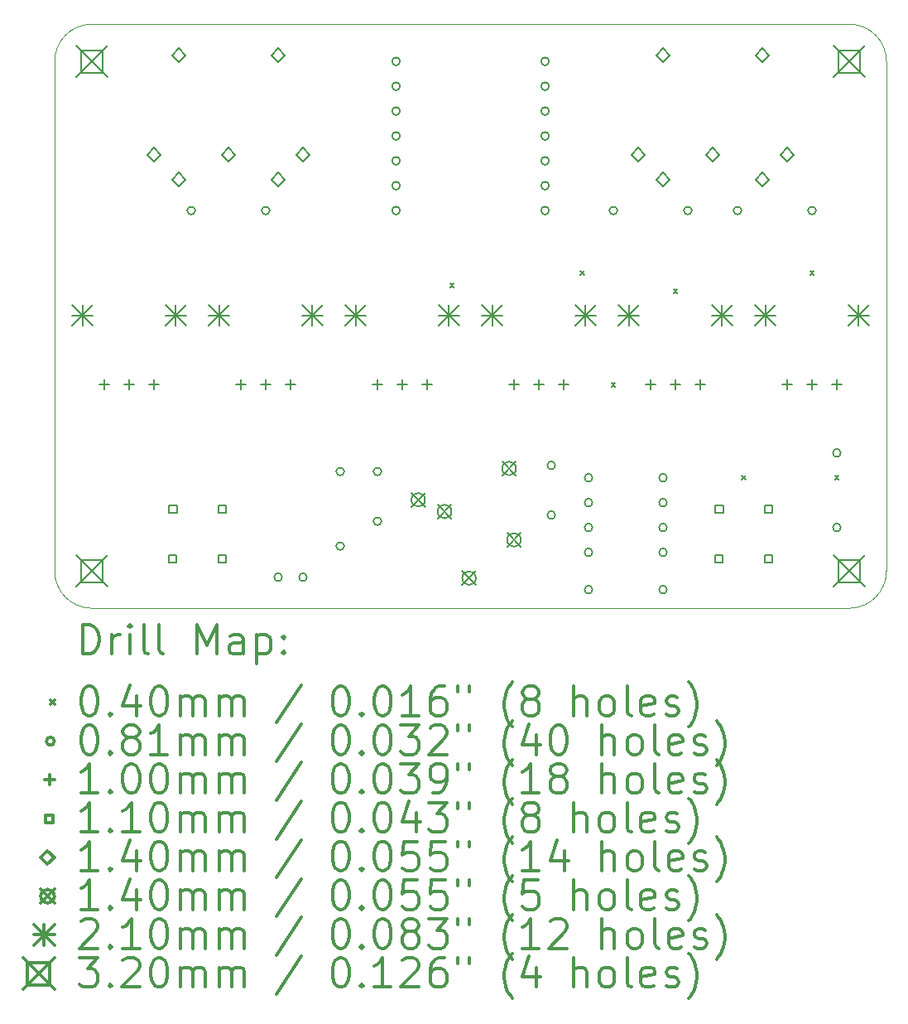
<source format=gbr>
%FSLAX45Y45*%
G04 Gerber Fmt 4.5, Leading zero omitted, Abs format (unit mm)*
G04 Created by KiCad (PCBNEW 5.1.9+dfsg1-1+deb11u1) date 2022-09-13 09:29:47*
%MOMM*%
%LPD*%
G01*
G04 APERTURE LIST*
%TA.AperFunction,Profile*%
%ADD10C,0.050000*%
%TD*%
%ADD11C,0.200000*%
%ADD12C,0.300000*%
G04 APERTURE END LIST*
D10*
X10287000Y-11938000D02*
X10287000Y-6731000D01*
X10287000Y-6731000D02*
G75*
G02*
X10668000Y-6350000I381000J0D01*
G01*
X18415000Y-12319000D02*
X10668000Y-12319000D01*
X18796000Y-6731000D02*
X18796000Y-11938000D01*
X10668000Y-6350000D02*
X18415000Y-6350000D01*
X10668000Y-12319000D02*
G75*
G02*
X10287000Y-11938000I0J381000D01*
G01*
X18796000Y-11938000D02*
G75*
G02*
X18415000Y-12319000I-381000J0D01*
G01*
X18415000Y-6350000D02*
G75*
G02*
X18796000Y-6731000I0J-381000D01*
G01*
D11*
X14331000Y-8997000D02*
X14371000Y-9037000D01*
X14371000Y-8997000D02*
X14331000Y-9037000D01*
X15664500Y-8870000D02*
X15704500Y-8910000D01*
X15704500Y-8870000D02*
X15664500Y-8910000D01*
X15982000Y-10013000D02*
X16022000Y-10053000D01*
X16022000Y-10013000D02*
X15982000Y-10053000D01*
X16617000Y-9060500D02*
X16657000Y-9100500D01*
X16657000Y-9060500D02*
X16617000Y-9100500D01*
X17315500Y-10965500D02*
X17355500Y-11005500D01*
X17355500Y-10965500D02*
X17315500Y-11005500D01*
X18014000Y-8870000D02*
X18054000Y-8910000D01*
X18054000Y-8870000D02*
X18014000Y-8910000D01*
X18014000Y-8870000D02*
X18054000Y-8910000D01*
X18054000Y-8870000D02*
X18014000Y-8910000D01*
X18268000Y-10965500D02*
X18308000Y-11005500D01*
X18308000Y-10965500D02*
X18268000Y-11005500D01*
X11724640Y-8255000D02*
G75*
G03*
X11724640Y-8255000I-40640J0D01*
G01*
X12486640Y-8255000D02*
G75*
G03*
X12486640Y-8255000I-40640J0D01*
G01*
X12613640Y-12001500D02*
G75*
G03*
X12613640Y-12001500I-40640J0D01*
G01*
X12867640Y-12001500D02*
G75*
G03*
X12867640Y-12001500I-40640J0D01*
G01*
X13248640Y-10922000D02*
G75*
G03*
X13248640Y-10922000I-40640J0D01*
G01*
X13248640Y-11684000D02*
G75*
G03*
X13248640Y-11684000I-40640J0D01*
G01*
X13629640Y-10922000D02*
G75*
G03*
X13629640Y-10922000I-40640J0D01*
G01*
X13629640Y-11430000D02*
G75*
G03*
X13629640Y-11430000I-40640J0D01*
G01*
X13820140Y-6731000D02*
G75*
G03*
X13820140Y-6731000I-40640J0D01*
G01*
X13820140Y-6985000D02*
G75*
G03*
X13820140Y-6985000I-40640J0D01*
G01*
X13820140Y-7239000D02*
G75*
G03*
X13820140Y-7239000I-40640J0D01*
G01*
X13820140Y-7493000D02*
G75*
G03*
X13820140Y-7493000I-40640J0D01*
G01*
X13820140Y-7747000D02*
G75*
G03*
X13820140Y-7747000I-40640J0D01*
G01*
X13820140Y-8001000D02*
G75*
G03*
X13820140Y-8001000I-40640J0D01*
G01*
X13820140Y-8255000D02*
G75*
G03*
X13820140Y-8255000I-40640J0D01*
G01*
X15344140Y-6731000D02*
G75*
G03*
X15344140Y-6731000I-40640J0D01*
G01*
X15344140Y-6985000D02*
G75*
G03*
X15344140Y-6985000I-40640J0D01*
G01*
X15344140Y-7239000D02*
G75*
G03*
X15344140Y-7239000I-40640J0D01*
G01*
X15344140Y-7493000D02*
G75*
G03*
X15344140Y-7493000I-40640J0D01*
G01*
X15344140Y-7747000D02*
G75*
G03*
X15344140Y-7747000I-40640J0D01*
G01*
X15344140Y-8001000D02*
G75*
G03*
X15344140Y-8001000I-40640J0D01*
G01*
X15344140Y-8255000D02*
G75*
G03*
X15344140Y-8255000I-40640J0D01*
G01*
X15407640Y-10858500D02*
G75*
G03*
X15407640Y-10858500I-40640J0D01*
G01*
X15407640Y-11366500D02*
G75*
G03*
X15407640Y-11366500I-40640J0D01*
G01*
X15788640Y-10985500D02*
G75*
G03*
X15788640Y-10985500I-40640J0D01*
G01*
X15788640Y-11239500D02*
G75*
G03*
X15788640Y-11239500I-40640J0D01*
G01*
X15788640Y-11493500D02*
G75*
G03*
X15788640Y-11493500I-40640J0D01*
G01*
X15788640Y-11747500D02*
G75*
G03*
X15788640Y-11747500I-40640J0D01*
G01*
X15788640Y-12128500D02*
G75*
G03*
X15788640Y-12128500I-40640J0D01*
G01*
X16042640Y-8255000D02*
G75*
G03*
X16042640Y-8255000I-40640J0D01*
G01*
X16550640Y-10985500D02*
G75*
G03*
X16550640Y-10985500I-40640J0D01*
G01*
X16550640Y-11239500D02*
G75*
G03*
X16550640Y-11239500I-40640J0D01*
G01*
X16550640Y-11493500D02*
G75*
G03*
X16550640Y-11493500I-40640J0D01*
G01*
X16550640Y-11747500D02*
G75*
G03*
X16550640Y-11747500I-40640J0D01*
G01*
X16550640Y-12128500D02*
G75*
G03*
X16550640Y-12128500I-40640J0D01*
G01*
X16804640Y-8255000D02*
G75*
G03*
X16804640Y-8255000I-40640J0D01*
G01*
X17312640Y-8255000D02*
G75*
G03*
X17312640Y-8255000I-40640J0D01*
G01*
X18074640Y-8255000D02*
G75*
G03*
X18074640Y-8255000I-40640J0D01*
G01*
X18328640Y-10731500D02*
G75*
G03*
X18328640Y-10731500I-40640J0D01*
G01*
X18328640Y-11493500D02*
G75*
G03*
X18328640Y-11493500I-40640J0D01*
G01*
X10795000Y-9983000D02*
X10795000Y-10083000D01*
X10745000Y-10033000D02*
X10845000Y-10033000D01*
X11049000Y-9983000D02*
X11049000Y-10083000D01*
X10999000Y-10033000D02*
X11099000Y-10033000D01*
X11303000Y-9983000D02*
X11303000Y-10083000D01*
X11253000Y-10033000D02*
X11353000Y-10033000D01*
X12192000Y-9983000D02*
X12192000Y-10083000D01*
X12142000Y-10033000D02*
X12242000Y-10033000D01*
X12446000Y-9983000D02*
X12446000Y-10083000D01*
X12396000Y-10033000D02*
X12496000Y-10033000D01*
X12700000Y-9983000D02*
X12700000Y-10083000D01*
X12650000Y-10033000D02*
X12750000Y-10033000D01*
X13589000Y-9983000D02*
X13589000Y-10083000D01*
X13539000Y-10033000D02*
X13639000Y-10033000D01*
X13843000Y-9983000D02*
X13843000Y-10083000D01*
X13793000Y-10033000D02*
X13893000Y-10033000D01*
X14097000Y-9983000D02*
X14097000Y-10083000D01*
X14047000Y-10033000D02*
X14147000Y-10033000D01*
X14986000Y-9983000D02*
X14986000Y-10083000D01*
X14936000Y-10033000D02*
X15036000Y-10033000D01*
X15240000Y-9983000D02*
X15240000Y-10083000D01*
X15190000Y-10033000D02*
X15290000Y-10033000D01*
X15494000Y-9983000D02*
X15494000Y-10083000D01*
X15444000Y-10033000D02*
X15544000Y-10033000D01*
X16383000Y-9983000D02*
X16383000Y-10083000D01*
X16333000Y-10033000D02*
X16433000Y-10033000D01*
X16637000Y-9983000D02*
X16637000Y-10083000D01*
X16587000Y-10033000D02*
X16687000Y-10033000D01*
X16891000Y-9983000D02*
X16891000Y-10083000D01*
X16841000Y-10033000D02*
X16941000Y-10033000D01*
X17780000Y-9983000D02*
X17780000Y-10083000D01*
X17730000Y-10033000D02*
X17830000Y-10033000D01*
X18034000Y-9983000D02*
X18034000Y-10083000D01*
X17984000Y-10033000D02*
X18084000Y-10033000D01*
X18288000Y-9983000D02*
X18288000Y-10083000D01*
X18238000Y-10033000D02*
X18338000Y-10033000D01*
X11532391Y-11849891D02*
X11532391Y-11772109D01*
X11454609Y-11772109D01*
X11454609Y-11849891D01*
X11532391Y-11849891D01*
X11536391Y-11345891D02*
X11536391Y-11268109D01*
X11458609Y-11268109D01*
X11458609Y-11345891D01*
X11536391Y-11345891D01*
X12040391Y-11341891D02*
X12040391Y-11264109D01*
X11962609Y-11264109D01*
X11962609Y-11341891D01*
X12040391Y-11341891D01*
X12040391Y-11849891D02*
X12040391Y-11772109D01*
X11962609Y-11772109D01*
X11962609Y-11849891D01*
X12040391Y-11849891D01*
X17120391Y-11849891D02*
X17120391Y-11772109D01*
X17042609Y-11772109D01*
X17042609Y-11849891D01*
X17120391Y-11849891D01*
X17124391Y-11345891D02*
X17124391Y-11268109D01*
X17046609Y-11268109D01*
X17046609Y-11345891D01*
X17124391Y-11345891D01*
X17628391Y-11341891D02*
X17628391Y-11264109D01*
X17550609Y-11264109D01*
X17550609Y-11341891D01*
X17628391Y-11341891D01*
X17628391Y-11849891D02*
X17628391Y-11772109D01*
X17550609Y-11772109D01*
X17550609Y-11849891D01*
X17628391Y-11849891D01*
X11303000Y-7753350D02*
X11372850Y-7683500D01*
X11303000Y-7613650D01*
X11233150Y-7683500D01*
X11303000Y-7753350D01*
X11557000Y-6737350D02*
X11626850Y-6667500D01*
X11557000Y-6597650D01*
X11487150Y-6667500D01*
X11557000Y-6737350D01*
X11557000Y-8007350D02*
X11626850Y-7937500D01*
X11557000Y-7867650D01*
X11487150Y-7937500D01*
X11557000Y-8007350D01*
X12065000Y-7753350D02*
X12134850Y-7683500D01*
X12065000Y-7613650D01*
X11995150Y-7683500D01*
X12065000Y-7753350D01*
X12573000Y-6737350D02*
X12642850Y-6667500D01*
X12573000Y-6597650D01*
X12503150Y-6667500D01*
X12573000Y-6737350D01*
X12573000Y-8007350D02*
X12642850Y-7937500D01*
X12573000Y-7867650D01*
X12503150Y-7937500D01*
X12573000Y-8007350D01*
X12827000Y-7753350D02*
X12896850Y-7683500D01*
X12827000Y-7613650D01*
X12757150Y-7683500D01*
X12827000Y-7753350D01*
X16256000Y-7753350D02*
X16325850Y-7683500D01*
X16256000Y-7613650D01*
X16186150Y-7683500D01*
X16256000Y-7753350D01*
X16510000Y-6737350D02*
X16579850Y-6667500D01*
X16510000Y-6597650D01*
X16440150Y-6667500D01*
X16510000Y-6737350D01*
X16510000Y-8007350D02*
X16579850Y-7937500D01*
X16510000Y-7867650D01*
X16440150Y-7937500D01*
X16510000Y-8007350D01*
X17018000Y-7753350D02*
X17087850Y-7683500D01*
X17018000Y-7613650D01*
X16948150Y-7683500D01*
X17018000Y-7753350D01*
X17526000Y-6737350D02*
X17595850Y-6667500D01*
X17526000Y-6597650D01*
X17456150Y-6667500D01*
X17526000Y-6737350D01*
X17526000Y-8007350D02*
X17595850Y-7937500D01*
X17526000Y-7867650D01*
X17456150Y-7937500D01*
X17526000Y-8007350D01*
X17780000Y-7753350D02*
X17849850Y-7683500D01*
X17780000Y-7613650D01*
X17710150Y-7683500D01*
X17780000Y-7753350D01*
X13936000Y-11140500D02*
X14076000Y-11280500D01*
X14076000Y-11140500D02*
X13936000Y-11280500D01*
X14076000Y-11210500D02*
G75*
G03*
X14076000Y-11210500I-70000J0D01*
G01*
X14206000Y-11260500D02*
X14346000Y-11400500D01*
X14346000Y-11260500D02*
X14206000Y-11400500D01*
X14346000Y-11330500D02*
G75*
G03*
X14346000Y-11330500I-70000J0D01*
G01*
X14456000Y-11940500D02*
X14596000Y-12080500D01*
X14596000Y-11940500D02*
X14456000Y-12080500D01*
X14596000Y-12010500D02*
G75*
G03*
X14596000Y-12010500I-70000J0D01*
G01*
X14866000Y-10820500D02*
X15006000Y-10960500D01*
X15006000Y-10820500D02*
X14866000Y-10960500D01*
X15006000Y-10890500D02*
G75*
G03*
X15006000Y-10890500I-70000J0D01*
G01*
X14916000Y-11550500D02*
X15056000Y-11690500D01*
X15056000Y-11550500D02*
X14916000Y-11690500D01*
X15056000Y-11620500D02*
G75*
G03*
X15056000Y-11620500I-70000J0D01*
G01*
X10467750Y-9221880D02*
X10677750Y-9431880D01*
X10677750Y-9221880D02*
X10467750Y-9431880D01*
X10572750Y-9221880D02*
X10572750Y-9431880D01*
X10467750Y-9326880D02*
X10677750Y-9326880D01*
X11420250Y-9221880D02*
X11630250Y-9431880D01*
X11630250Y-9221880D02*
X11420250Y-9431880D01*
X11525250Y-9221880D02*
X11525250Y-9431880D01*
X11420250Y-9326880D02*
X11630250Y-9326880D01*
X11864750Y-9221880D02*
X12074750Y-9431880D01*
X12074750Y-9221880D02*
X11864750Y-9431880D01*
X11969750Y-9221880D02*
X11969750Y-9431880D01*
X11864750Y-9326880D02*
X12074750Y-9326880D01*
X12817250Y-9221880D02*
X13027250Y-9431880D01*
X13027250Y-9221880D02*
X12817250Y-9431880D01*
X12922250Y-9221880D02*
X12922250Y-9431880D01*
X12817250Y-9326880D02*
X13027250Y-9326880D01*
X13261750Y-9221880D02*
X13471750Y-9431880D01*
X13471750Y-9221880D02*
X13261750Y-9431880D01*
X13366750Y-9221880D02*
X13366750Y-9431880D01*
X13261750Y-9326880D02*
X13471750Y-9326880D01*
X14214250Y-9221880D02*
X14424250Y-9431880D01*
X14424250Y-9221880D02*
X14214250Y-9431880D01*
X14319250Y-9221880D02*
X14319250Y-9431880D01*
X14214250Y-9326880D02*
X14424250Y-9326880D01*
X14658750Y-9221880D02*
X14868750Y-9431880D01*
X14868750Y-9221880D02*
X14658750Y-9431880D01*
X14763750Y-9221880D02*
X14763750Y-9431880D01*
X14658750Y-9326880D02*
X14868750Y-9326880D01*
X15611250Y-9221880D02*
X15821250Y-9431880D01*
X15821250Y-9221880D02*
X15611250Y-9431880D01*
X15716250Y-9221880D02*
X15716250Y-9431880D01*
X15611250Y-9326880D02*
X15821250Y-9326880D01*
X16055750Y-9221880D02*
X16265750Y-9431880D01*
X16265750Y-9221880D02*
X16055750Y-9431880D01*
X16160750Y-9221880D02*
X16160750Y-9431880D01*
X16055750Y-9326880D02*
X16265750Y-9326880D01*
X17008250Y-9221880D02*
X17218250Y-9431880D01*
X17218250Y-9221880D02*
X17008250Y-9431880D01*
X17113250Y-9221880D02*
X17113250Y-9431880D01*
X17008250Y-9326880D02*
X17218250Y-9326880D01*
X17452750Y-9221880D02*
X17662750Y-9431880D01*
X17662750Y-9221880D02*
X17452750Y-9431880D01*
X17557750Y-9221880D02*
X17557750Y-9431880D01*
X17452750Y-9326880D02*
X17662750Y-9326880D01*
X18405250Y-9221880D02*
X18615250Y-9431880D01*
X18615250Y-9221880D02*
X18405250Y-9431880D01*
X18510250Y-9221880D02*
X18510250Y-9431880D01*
X18405250Y-9326880D02*
X18615250Y-9326880D01*
X10508000Y-6571000D02*
X10828000Y-6891000D01*
X10828000Y-6571000D02*
X10508000Y-6891000D01*
X10781138Y-6844138D02*
X10781138Y-6617862D01*
X10554862Y-6617862D01*
X10554862Y-6844138D01*
X10781138Y-6844138D01*
X10508000Y-11778000D02*
X10828000Y-12098000D01*
X10828000Y-11778000D02*
X10508000Y-12098000D01*
X10781138Y-12051138D02*
X10781138Y-11824862D01*
X10554862Y-11824862D01*
X10554862Y-12051138D01*
X10781138Y-12051138D01*
X18255000Y-6571000D02*
X18575000Y-6891000D01*
X18575000Y-6571000D02*
X18255000Y-6891000D01*
X18528138Y-6844138D02*
X18528138Y-6617862D01*
X18301862Y-6617862D01*
X18301862Y-6844138D01*
X18528138Y-6844138D01*
X18255000Y-11778000D02*
X18575000Y-12098000D01*
X18575000Y-11778000D02*
X18255000Y-12098000D01*
X18528138Y-12051138D02*
X18528138Y-11824862D01*
X18301862Y-11824862D01*
X18301862Y-12051138D01*
X18528138Y-12051138D01*
D12*
X10570928Y-12787214D02*
X10570928Y-12487214D01*
X10642357Y-12487214D01*
X10685214Y-12501500D01*
X10713786Y-12530071D01*
X10728071Y-12558643D01*
X10742357Y-12615786D01*
X10742357Y-12658643D01*
X10728071Y-12715786D01*
X10713786Y-12744357D01*
X10685214Y-12772929D01*
X10642357Y-12787214D01*
X10570928Y-12787214D01*
X10870928Y-12787214D02*
X10870928Y-12587214D01*
X10870928Y-12644357D02*
X10885214Y-12615786D01*
X10899500Y-12601500D01*
X10928071Y-12587214D01*
X10956643Y-12587214D01*
X11056643Y-12787214D02*
X11056643Y-12587214D01*
X11056643Y-12487214D02*
X11042357Y-12501500D01*
X11056643Y-12515786D01*
X11070928Y-12501500D01*
X11056643Y-12487214D01*
X11056643Y-12515786D01*
X11242357Y-12787214D02*
X11213786Y-12772929D01*
X11199500Y-12744357D01*
X11199500Y-12487214D01*
X11399500Y-12787214D02*
X11370928Y-12772929D01*
X11356643Y-12744357D01*
X11356643Y-12487214D01*
X11742357Y-12787214D02*
X11742357Y-12487214D01*
X11842357Y-12701500D01*
X11942357Y-12487214D01*
X11942357Y-12787214D01*
X12213786Y-12787214D02*
X12213786Y-12630071D01*
X12199500Y-12601500D01*
X12170928Y-12587214D01*
X12113786Y-12587214D01*
X12085214Y-12601500D01*
X12213786Y-12772929D02*
X12185214Y-12787214D01*
X12113786Y-12787214D01*
X12085214Y-12772929D01*
X12070928Y-12744357D01*
X12070928Y-12715786D01*
X12085214Y-12687214D01*
X12113786Y-12672929D01*
X12185214Y-12672929D01*
X12213786Y-12658643D01*
X12356643Y-12587214D02*
X12356643Y-12887214D01*
X12356643Y-12601500D02*
X12385214Y-12587214D01*
X12442357Y-12587214D01*
X12470928Y-12601500D01*
X12485214Y-12615786D01*
X12499500Y-12644357D01*
X12499500Y-12730071D01*
X12485214Y-12758643D01*
X12470928Y-12772929D01*
X12442357Y-12787214D01*
X12385214Y-12787214D01*
X12356643Y-12772929D01*
X12628071Y-12758643D02*
X12642357Y-12772929D01*
X12628071Y-12787214D01*
X12613786Y-12772929D01*
X12628071Y-12758643D01*
X12628071Y-12787214D01*
X12628071Y-12601500D02*
X12642357Y-12615786D01*
X12628071Y-12630071D01*
X12613786Y-12615786D01*
X12628071Y-12601500D01*
X12628071Y-12630071D01*
X10244500Y-13261500D02*
X10284500Y-13301500D01*
X10284500Y-13261500D02*
X10244500Y-13301500D01*
X10628071Y-13117214D02*
X10656643Y-13117214D01*
X10685214Y-13131500D01*
X10699500Y-13145786D01*
X10713786Y-13174357D01*
X10728071Y-13231500D01*
X10728071Y-13302929D01*
X10713786Y-13360071D01*
X10699500Y-13388643D01*
X10685214Y-13402929D01*
X10656643Y-13417214D01*
X10628071Y-13417214D01*
X10599500Y-13402929D01*
X10585214Y-13388643D01*
X10570928Y-13360071D01*
X10556643Y-13302929D01*
X10556643Y-13231500D01*
X10570928Y-13174357D01*
X10585214Y-13145786D01*
X10599500Y-13131500D01*
X10628071Y-13117214D01*
X10856643Y-13388643D02*
X10870928Y-13402929D01*
X10856643Y-13417214D01*
X10842357Y-13402929D01*
X10856643Y-13388643D01*
X10856643Y-13417214D01*
X11128071Y-13217214D02*
X11128071Y-13417214D01*
X11056643Y-13102929D02*
X10985214Y-13317214D01*
X11170928Y-13317214D01*
X11342357Y-13117214D02*
X11370928Y-13117214D01*
X11399500Y-13131500D01*
X11413786Y-13145786D01*
X11428071Y-13174357D01*
X11442357Y-13231500D01*
X11442357Y-13302929D01*
X11428071Y-13360071D01*
X11413786Y-13388643D01*
X11399500Y-13402929D01*
X11370928Y-13417214D01*
X11342357Y-13417214D01*
X11313786Y-13402929D01*
X11299500Y-13388643D01*
X11285214Y-13360071D01*
X11270928Y-13302929D01*
X11270928Y-13231500D01*
X11285214Y-13174357D01*
X11299500Y-13145786D01*
X11313786Y-13131500D01*
X11342357Y-13117214D01*
X11570928Y-13417214D02*
X11570928Y-13217214D01*
X11570928Y-13245786D02*
X11585214Y-13231500D01*
X11613786Y-13217214D01*
X11656643Y-13217214D01*
X11685214Y-13231500D01*
X11699500Y-13260071D01*
X11699500Y-13417214D01*
X11699500Y-13260071D02*
X11713786Y-13231500D01*
X11742357Y-13217214D01*
X11785214Y-13217214D01*
X11813786Y-13231500D01*
X11828071Y-13260071D01*
X11828071Y-13417214D01*
X11970928Y-13417214D02*
X11970928Y-13217214D01*
X11970928Y-13245786D02*
X11985214Y-13231500D01*
X12013786Y-13217214D01*
X12056643Y-13217214D01*
X12085214Y-13231500D01*
X12099500Y-13260071D01*
X12099500Y-13417214D01*
X12099500Y-13260071D02*
X12113786Y-13231500D01*
X12142357Y-13217214D01*
X12185214Y-13217214D01*
X12213786Y-13231500D01*
X12228071Y-13260071D01*
X12228071Y-13417214D01*
X12813786Y-13102929D02*
X12556643Y-13488643D01*
X13199500Y-13117214D02*
X13228071Y-13117214D01*
X13256643Y-13131500D01*
X13270928Y-13145786D01*
X13285214Y-13174357D01*
X13299500Y-13231500D01*
X13299500Y-13302929D01*
X13285214Y-13360071D01*
X13270928Y-13388643D01*
X13256643Y-13402929D01*
X13228071Y-13417214D01*
X13199500Y-13417214D01*
X13170928Y-13402929D01*
X13156643Y-13388643D01*
X13142357Y-13360071D01*
X13128071Y-13302929D01*
X13128071Y-13231500D01*
X13142357Y-13174357D01*
X13156643Y-13145786D01*
X13170928Y-13131500D01*
X13199500Y-13117214D01*
X13428071Y-13388643D02*
X13442357Y-13402929D01*
X13428071Y-13417214D01*
X13413786Y-13402929D01*
X13428071Y-13388643D01*
X13428071Y-13417214D01*
X13628071Y-13117214D02*
X13656643Y-13117214D01*
X13685214Y-13131500D01*
X13699500Y-13145786D01*
X13713786Y-13174357D01*
X13728071Y-13231500D01*
X13728071Y-13302929D01*
X13713786Y-13360071D01*
X13699500Y-13388643D01*
X13685214Y-13402929D01*
X13656643Y-13417214D01*
X13628071Y-13417214D01*
X13599500Y-13402929D01*
X13585214Y-13388643D01*
X13570928Y-13360071D01*
X13556643Y-13302929D01*
X13556643Y-13231500D01*
X13570928Y-13174357D01*
X13585214Y-13145786D01*
X13599500Y-13131500D01*
X13628071Y-13117214D01*
X14013786Y-13417214D02*
X13842357Y-13417214D01*
X13928071Y-13417214D02*
X13928071Y-13117214D01*
X13899500Y-13160071D01*
X13870928Y-13188643D01*
X13842357Y-13202929D01*
X14270928Y-13117214D02*
X14213786Y-13117214D01*
X14185214Y-13131500D01*
X14170928Y-13145786D01*
X14142357Y-13188643D01*
X14128071Y-13245786D01*
X14128071Y-13360071D01*
X14142357Y-13388643D01*
X14156643Y-13402929D01*
X14185214Y-13417214D01*
X14242357Y-13417214D01*
X14270928Y-13402929D01*
X14285214Y-13388643D01*
X14299500Y-13360071D01*
X14299500Y-13288643D01*
X14285214Y-13260071D01*
X14270928Y-13245786D01*
X14242357Y-13231500D01*
X14185214Y-13231500D01*
X14156643Y-13245786D01*
X14142357Y-13260071D01*
X14128071Y-13288643D01*
X14413786Y-13117214D02*
X14413786Y-13174357D01*
X14528071Y-13117214D02*
X14528071Y-13174357D01*
X14970928Y-13531500D02*
X14956643Y-13517214D01*
X14928071Y-13474357D01*
X14913786Y-13445786D01*
X14899500Y-13402929D01*
X14885214Y-13331500D01*
X14885214Y-13274357D01*
X14899500Y-13202929D01*
X14913786Y-13160071D01*
X14928071Y-13131500D01*
X14956643Y-13088643D01*
X14970928Y-13074357D01*
X15128071Y-13245786D02*
X15099500Y-13231500D01*
X15085214Y-13217214D01*
X15070928Y-13188643D01*
X15070928Y-13174357D01*
X15085214Y-13145786D01*
X15099500Y-13131500D01*
X15128071Y-13117214D01*
X15185214Y-13117214D01*
X15213786Y-13131500D01*
X15228071Y-13145786D01*
X15242357Y-13174357D01*
X15242357Y-13188643D01*
X15228071Y-13217214D01*
X15213786Y-13231500D01*
X15185214Y-13245786D01*
X15128071Y-13245786D01*
X15099500Y-13260071D01*
X15085214Y-13274357D01*
X15070928Y-13302929D01*
X15070928Y-13360071D01*
X15085214Y-13388643D01*
X15099500Y-13402929D01*
X15128071Y-13417214D01*
X15185214Y-13417214D01*
X15213786Y-13402929D01*
X15228071Y-13388643D01*
X15242357Y-13360071D01*
X15242357Y-13302929D01*
X15228071Y-13274357D01*
X15213786Y-13260071D01*
X15185214Y-13245786D01*
X15599500Y-13417214D02*
X15599500Y-13117214D01*
X15728071Y-13417214D02*
X15728071Y-13260071D01*
X15713786Y-13231500D01*
X15685214Y-13217214D01*
X15642357Y-13217214D01*
X15613786Y-13231500D01*
X15599500Y-13245786D01*
X15913786Y-13417214D02*
X15885214Y-13402929D01*
X15870928Y-13388643D01*
X15856643Y-13360071D01*
X15856643Y-13274357D01*
X15870928Y-13245786D01*
X15885214Y-13231500D01*
X15913786Y-13217214D01*
X15956643Y-13217214D01*
X15985214Y-13231500D01*
X15999500Y-13245786D01*
X16013786Y-13274357D01*
X16013786Y-13360071D01*
X15999500Y-13388643D01*
X15985214Y-13402929D01*
X15956643Y-13417214D01*
X15913786Y-13417214D01*
X16185214Y-13417214D02*
X16156643Y-13402929D01*
X16142357Y-13374357D01*
X16142357Y-13117214D01*
X16413786Y-13402929D02*
X16385214Y-13417214D01*
X16328071Y-13417214D01*
X16299500Y-13402929D01*
X16285214Y-13374357D01*
X16285214Y-13260071D01*
X16299500Y-13231500D01*
X16328071Y-13217214D01*
X16385214Y-13217214D01*
X16413786Y-13231500D01*
X16428071Y-13260071D01*
X16428071Y-13288643D01*
X16285214Y-13317214D01*
X16542357Y-13402929D02*
X16570928Y-13417214D01*
X16628071Y-13417214D01*
X16656643Y-13402929D01*
X16670928Y-13374357D01*
X16670928Y-13360071D01*
X16656643Y-13331500D01*
X16628071Y-13317214D01*
X16585214Y-13317214D01*
X16556643Y-13302929D01*
X16542357Y-13274357D01*
X16542357Y-13260071D01*
X16556643Y-13231500D01*
X16585214Y-13217214D01*
X16628071Y-13217214D01*
X16656643Y-13231500D01*
X16770928Y-13531500D02*
X16785214Y-13517214D01*
X16813786Y-13474357D01*
X16828071Y-13445786D01*
X16842357Y-13402929D01*
X16856643Y-13331500D01*
X16856643Y-13274357D01*
X16842357Y-13202929D01*
X16828071Y-13160071D01*
X16813786Y-13131500D01*
X16785214Y-13088643D01*
X16770928Y-13074357D01*
X10284500Y-13677500D02*
G75*
G03*
X10284500Y-13677500I-40640J0D01*
G01*
X10628071Y-13513214D02*
X10656643Y-13513214D01*
X10685214Y-13527500D01*
X10699500Y-13541786D01*
X10713786Y-13570357D01*
X10728071Y-13627500D01*
X10728071Y-13698929D01*
X10713786Y-13756071D01*
X10699500Y-13784643D01*
X10685214Y-13798929D01*
X10656643Y-13813214D01*
X10628071Y-13813214D01*
X10599500Y-13798929D01*
X10585214Y-13784643D01*
X10570928Y-13756071D01*
X10556643Y-13698929D01*
X10556643Y-13627500D01*
X10570928Y-13570357D01*
X10585214Y-13541786D01*
X10599500Y-13527500D01*
X10628071Y-13513214D01*
X10856643Y-13784643D02*
X10870928Y-13798929D01*
X10856643Y-13813214D01*
X10842357Y-13798929D01*
X10856643Y-13784643D01*
X10856643Y-13813214D01*
X11042357Y-13641786D02*
X11013786Y-13627500D01*
X10999500Y-13613214D01*
X10985214Y-13584643D01*
X10985214Y-13570357D01*
X10999500Y-13541786D01*
X11013786Y-13527500D01*
X11042357Y-13513214D01*
X11099500Y-13513214D01*
X11128071Y-13527500D01*
X11142357Y-13541786D01*
X11156643Y-13570357D01*
X11156643Y-13584643D01*
X11142357Y-13613214D01*
X11128071Y-13627500D01*
X11099500Y-13641786D01*
X11042357Y-13641786D01*
X11013786Y-13656071D01*
X10999500Y-13670357D01*
X10985214Y-13698929D01*
X10985214Y-13756071D01*
X10999500Y-13784643D01*
X11013786Y-13798929D01*
X11042357Y-13813214D01*
X11099500Y-13813214D01*
X11128071Y-13798929D01*
X11142357Y-13784643D01*
X11156643Y-13756071D01*
X11156643Y-13698929D01*
X11142357Y-13670357D01*
X11128071Y-13656071D01*
X11099500Y-13641786D01*
X11442357Y-13813214D02*
X11270928Y-13813214D01*
X11356643Y-13813214D02*
X11356643Y-13513214D01*
X11328071Y-13556071D01*
X11299500Y-13584643D01*
X11270928Y-13598929D01*
X11570928Y-13813214D02*
X11570928Y-13613214D01*
X11570928Y-13641786D02*
X11585214Y-13627500D01*
X11613786Y-13613214D01*
X11656643Y-13613214D01*
X11685214Y-13627500D01*
X11699500Y-13656071D01*
X11699500Y-13813214D01*
X11699500Y-13656071D02*
X11713786Y-13627500D01*
X11742357Y-13613214D01*
X11785214Y-13613214D01*
X11813786Y-13627500D01*
X11828071Y-13656071D01*
X11828071Y-13813214D01*
X11970928Y-13813214D02*
X11970928Y-13613214D01*
X11970928Y-13641786D02*
X11985214Y-13627500D01*
X12013786Y-13613214D01*
X12056643Y-13613214D01*
X12085214Y-13627500D01*
X12099500Y-13656071D01*
X12099500Y-13813214D01*
X12099500Y-13656071D02*
X12113786Y-13627500D01*
X12142357Y-13613214D01*
X12185214Y-13613214D01*
X12213786Y-13627500D01*
X12228071Y-13656071D01*
X12228071Y-13813214D01*
X12813786Y-13498929D02*
X12556643Y-13884643D01*
X13199500Y-13513214D02*
X13228071Y-13513214D01*
X13256643Y-13527500D01*
X13270928Y-13541786D01*
X13285214Y-13570357D01*
X13299500Y-13627500D01*
X13299500Y-13698929D01*
X13285214Y-13756071D01*
X13270928Y-13784643D01*
X13256643Y-13798929D01*
X13228071Y-13813214D01*
X13199500Y-13813214D01*
X13170928Y-13798929D01*
X13156643Y-13784643D01*
X13142357Y-13756071D01*
X13128071Y-13698929D01*
X13128071Y-13627500D01*
X13142357Y-13570357D01*
X13156643Y-13541786D01*
X13170928Y-13527500D01*
X13199500Y-13513214D01*
X13428071Y-13784643D02*
X13442357Y-13798929D01*
X13428071Y-13813214D01*
X13413786Y-13798929D01*
X13428071Y-13784643D01*
X13428071Y-13813214D01*
X13628071Y-13513214D02*
X13656643Y-13513214D01*
X13685214Y-13527500D01*
X13699500Y-13541786D01*
X13713786Y-13570357D01*
X13728071Y-13627500D01*
X13728071Y-13698929D01*
X13713786Y-13756071D01*
X13699500Y-13784643D01*
X13685214Y-13798929D01*
X13656643Y-13813214D01*
X13628071Y-13813214D01*
X13599500Y-13798929D01*
X13585214Y-13784643D01*
X13570928Y-13756071D01*
X13556643Y-13698929D01*
X13556643Y-13627500D01*
X13570928Y-13570357D01*
X13585214Y-13541786D01*
X13599500Y-13527500D01*
X13628071Y-13513214D01*
X13828071Y-13513214D02*
X14013786Y-13513214D01*
X13913786Y-13627500D01*
X13956643Y-13627500D01*
X13985214Y-13641786D01*
X13999500Y-13656071D01*
X14013786Y-13684643D01*
X14013786Y-13756071D01*
X13999500Y-13784643D01*
X13985214Y-13798929D01*
X13956643Y-13813214D01*
X13870928Y-13813214D01*
X13842357Y-13798929D01*
X13828071Y-13784643D01*
X14128071Y-13541786D02*
X14142357Y-13527500D01*
X14170928Y-13513214D01*
X14242357Y-13513214D01*
X14270928Y-13527500D01*
X14285214Y-13541786D01*
X14299500Y-13570357D01*
X14299500Y-13598929D01*
X14285214Y-13641786D01*
X14113786Y-13813214D01*
X14299500Y-13813214D01*
X14413786Y-13513214D02*
X14413786Y-13570357D01*
X14528071Y-13513214D02*
X14528071Y-13570357D01*
X14970928Y-13927500D02*
X14956643Y-13913214D01*
X14928071Y-13870357D01*
X14913786Y-13841786D01*
X14899500Y-13798929D01*
X14885214Y-13727500D01*
X14885214Y-13670357D01*
X14899500Y-13598929D01*
X14913786Y-13556071D01*
X14928071Y-13527500D01*
X14956643Y-13484643D01*
X14970928Y-13470357D01*
X15213786Y-13613214D02*
X15213786Y-13813214D01*
X15142357Y-13498929D02*
X15070928Y-13713214D01*
X15256643Y-13713214D01*
X15428071Y-13513214D02*
X15456643Y-13513214D01*
X15485214Y-13527500D01*
X15499500Y-13541786D01*
X15513786Y-13570357D01*
X15528071Y-13627500D01*
X15528071Y-13698929D01*
X15513786Y-13756071D01*
X15499500Y-13784643D01*
X15485214Y-13798929D01*
X15456643Y-13813214D01*
X15428071Y-13813214D01*
X15399500Y-13798929D01*
X15385214Y-13784643D01*
X15370928Y-13756071D01*
X15356643Y-13698929D01*
X15356643Y-13627500D01*
X15370928Y-13570357D01*
X15385214Y-13541786D01*
X15399500Y-13527500D01*
X15428071Y-13513214D01*
X15885214Y-13813214D02*
X15885214Y-13513214D01*
X16013786Y-13813214D02*
X16013786Y-13656071D01*
X15999500Y-13627500D01*
X15970928Y-13613214D01*
X15928071Y-13613214D01*
X15899500Y-13627500D01*
X15885214Y-13641786D01*
X16199500Y-13813214D02*
X16170928Y-13798929D01*
X16156643Y-13784643D01*
X16142357Y-13756071D01*
X16142357Y-13670357D01*
X16156643Y-13641786D01*
X16170928Y-13627500D01*
X16199500Y-13613214D01*
X16242357Y-13613214D01*
X16270928Y-13627500D01*
X16285214Y-13641786D01*
X16299500Y-13670357D01*
X16299500Y-13756071D01*
X16285214Y-13784643D01*
X16270928Y-13798929D01*
X16242357Y-13813214D01*
X16199500Y-13813214D01*
X16470928Y-13813214D02*
X16442357Y-13798929D01*
X16428071Y-13770357D01*
X16428071Y-13513214D01*
X16699500Y-13798929D02*
X16670928Y-13813214D01*
X16613786Y-13813214D01*
X16585214Y-13798929D01*
X16570928Y-13770357D01*
X16570928Y-13656071D01*
X16585214Y-13627500D01*
X16613786Y-13613214D01*
X16670928Y-13613214D01*
X16699500Y-13627500D01*
X16713786Y-13656071D01*
X16713786Y-13684643D01*
X16570928Y-13713214D01*
X16828071Y-13798929D02*
X16856643Y-13813214D01*
X16913786Y-13813214D01*
X16942357Y-13798929D01*
X16956643Y-13770357D01*
X16956643Y-13756071D01*
X16942357Y-13727500D01*
X16913786Y-13713214D01*
X16870928Y-13713214D01*
X16842357Y-13698929D01*
X16828071Y-13670357D01*
X16828071Y-13656071D01*
X16842357Y-13627500D01*
X16870928Y-13613214D01*
X16913786Y-13613214D01*
X16942357Y-13627500D01*
X17056643Y-13927500D02*
X17070928Y-13913214D01*
X17099500Y-13870357D01*
X17113786Y-13841786D01*
X17128071Y-13798929D01*
X17142357Y-13727500D01*
X17142357Y-13670357D01*
X17128071Y-13598929D01*
X17113786Y-13556071D01*
X17099500Y-13527500D01*
X17070928Y-13484643D01*
X17056643Y-13470357D01*
X10234500Y-14023500D02*
X10234500Y-14123500D01*
X10184500Y-14073500D02*
X10284500Y-14073500D01*
X10728071Y-14209214D02*
X10556643Y-14209214D01*
X10642357Y-14209214D02*
X10642357Y-13909214D01*
X10613786Y-13952071D01*
X10585214Y-13980643D01*
X10556643Y-13994929D01*
X10856643Y-14180643D02*
X10870928Y-14194929D01*
X10856643Y-14209214D01*
X10842357Y-14194929D01*
X10856643Y-14180643D01*
X10856643Y-14209214D01*
X11056643Y-13909214D02*
X11085214Y-13909214D01*
X11113786Y-13923500D01*
X11128071Y-13937786D01*
X11142357Y-13966357D01*
X11156643Y-14023500D01*
X11156643Y-14094929D01*
X11142357Y-14152071D01*
X11128071Y-14180643D01*
X11113786Y-14194929D01*
X11085214Y-14209214D01*
X11056643Y-14209214D01*
X11028071Y-14194929D01*
X11013786Y-14180643D01*
X10999500Y-14152071D01*
X10985214Y-14094929D01*
X10985214Y-14023500D01*
X10999500Y-13966357D01*
X11013786Y-13937786D01*
X11028071Y-13923500D01*
X11056643Y-13909214D01*
X11342357Y-13909214D02*
X11370928Y-13909214D01*
X11399500Y-13923500D01*
X11413786Y-13937786D01*
X11428071Y-13966357D01*
X11442357Y-14023500D01*
X11442357Y-14094929D01*
X11428071Y-14152071D01*
X11413786Y-14180643D01*
X11399500Y-14194929D01*
X11370928Y-14209214D01*
X11342357Y-14209214D01*
X11313786Y-14194929D01*
X11299500Y-14180643D01*
X11285214Y-14152071D01*
X11270928Y-14094929D01*
X11270928Y-14023500D01*
X11285214Y-13966357D01*
X11299500Y-13937786D01*
X11313786Y-13923500D01*
X11342357Y-13909214D01*
X11570928Y-14209214D02*
X11570928Y-14009214D01*
X11570928Y-14037786D02*
X11585214Y-14023500D01*
X11613786Y-14009214D01*
X11656643Y-14009214D01*
X11685214Y-14023500D01*
X11699500Y-14052071D01*
X11699500Y-14209214D01*
X11699500Y-14052071D02*
X11713786Y-14023500D01*
X11742357Y-14009214D01*
X11785214Y-14009214D01*
X11813786Y-14023500D01*
X11828071Y-14052071D01*
X11828071Y-14209214D01*
X11970928Y-14209214D02*
X11970928Y-14009214D01*
X11970928Y-14037786D02*
X11985214Y-14023500D01*
X12013786Y-14009214D01*
X12056643Y-14009214D01*
X12085214Y-14023500D01*
X12099500Y-14052071D01*
X12099500Y-14209214D01*
X12099500Y-14052071D02*
X12113786Y-14023500D01*
X12142357Y-14009214D01*
X12185214Y-14009214D01*
X12213786Y-14023500D01*
X12228071Y-14052071D01*
X12228071Y-14209214D01*
X12813786Y-13894929D02*
X12556643Y-14280643D01*
X13199500Y-13909214D02*
X13228071Y-13909214D01*
X13256643Y-13923500D01*
X13270928Y-13937786D01*
X13285214Y-13966357D01*
X13299500Y-14023500D01*
X13299500Y-14094929D01*
X13285214Y-14152071D01*
X13270928Y-14180643D01*
X13256643Y-14194929D01*
X13228071Y-14209214D01*
X13199500Y-14209214D01*
X13170928Y-14194929D01*
X13156643Y-14180643D01*
X13142357Y-14152071D01*
X13128071Y-14094929D01*
X13128071Y-14023500D01*
X13142357Y-13966357D01*
X13156643Y-13937786D01*
X13170928Y-13923500D01*
X13199500Y-13909214D01*
X13428071Y-14180643D02*
X13442357Y-14194929D01*
X13428071Y-14209214D01*
X13413786Y-14194929D01*
X13428071Y-14180643D01*
X13428071Y-14209214D01*
X13628071Y-13909214D02*
X13656643Y-13909214D01*
X13685214Y-13923500D01*
X13699500Y-13937786D01*
X13713786Y-13966357D01*
X13728071Y-14023500D01*
X13728071Y-14094929D01*
X13713786Y-14152071D01*
X13699500Y-14180643D01*
X13685214Y-14194929D01*
X13656643Y-14209214D01*
X13628071Y-14209214D01*
X13599500Y-14194929D01*
X13585214Y-14180643D01*
X13570928Y-14152071D01*
X13556643Y-14094929D01*
X13556643Y-14023500D01*
X13570928Y-13966357D01*
X13585214Y-13937786D01*
X13599500Y-13923500D01*
X13628071Y-13909214D01*
X13828071Y-13909214D02*
X14013786Y-13909214D01*
X13913786Y-14023500D01*
X13956643Y-14023500D01*
X13985214Y-14037786D01*
X13999500Y-14052071D01*
X14013786Y-14080643D01*
X14013786Y-14152071D01*
X13999500Y-14180643D01*
X13985214Y-14194929D01*
X13956643Y-14209214D01*
X13870928Y-14209214D01*
X13842357Y-14194929D01*
X13828071Y-14180643D01*
X14156643Y-14209214D02*
X14213786Y-14209214D01*
X14242357Y-14194929D01*
X14256643Y-14180643D01*
X14285214Y-14137786D01*
X14299500Y-14080643D01*
X14299500Y-13966357D01*
X14285214Y-13937786D01*
X14270928Y-13923500D01*
X14242357Y-13909214D01*
X14185214Y-13909214D01*
X14156643Y-13923500D01*
X14142357Y-13937786D01*
X14128071Y-13966357D01*
X14128071Y-14037786D01*
X14142357Y-14066357D01*
X14156643Y-14080643D01*
X14185214Y-14094929D01*
X14242357Y-14094929D01*
X14270928Y-14080643D01*
X14285214Y-14066357D01*
X14299500Y-14037786D01*
X14413786Y-13909214D02*
X14413786Y-13966357D01*
X14528071Y-13909214D02*
X14528071Y-13966357D01*
X14970928Y-14323500D02*
X14956643Y-14309214D01*
X14928071Y-14266357D01*
X14913786Y-14237786D01*
X14899500Y-14194929D01*
X14885214Y-14123500D01*
X14885214Y-14066357D01*
X14899500Y-13994929D01*
X14913786Y-13952071D01*
X14928071Y-13923500D01*
X14956643Y-13880643D01*
X14970928Y-13866357D01*
X15242357Y-14209214D02*
X15070928Y-14209214D01*
X15156643Y-14209214D02*
X15156643Y-13909214D01*
X15128071Y-13952071D01*
X15099500Y-13980643D01*
X15070928Y-13994929D01*
X15413786Y-14037786D02*
X15385214Y-14023500D01*
X15370928Y-14009214D01*
X15356643Y-13980643D01*
X15356643Y-13966357D01*
X15370928Y-13937786D01*
X15385214Y-13923500D01*
X15413786Y-13909214D01*
X15470928Y-13909214D01*
X15499500Y-13923500D01*
X15513786Y-13937786D01*
X15528071Y-13966357D01*
X15528071Y-13980643D01*
X15513786Y-14009214D01*
X15499500Y-14023500D01*
X15470928Y-14037786D01*
X15413786Y-14037786D01*
X15385214Y-14052071D01*
X15370928Y-14066357D01*
X15356643Y-14094929D01*
X15356643Y-14152071D01*
X15370928Y-14180643D01*
X15385214Y-14194929D01*
X15413786Y-14209214D01*
X15470928Y-14209214D01*
X15499500Y-14194929D01*
X15513786Y-14180643D01*
X15528071Y-14152071D01*
X15528071Y-14094929D01*
X15513786Y-14066357D01*
X15499500Y-14052071D01*
X15470928Y-14037786D01*
X15885214Y-14209214D02*
X15885214Y-13909214D01*
X16013786Y-14209214D02*
X16013786Y-14052071D01*
X15999500Y-14023500D01*
X15970928Y-14009214D01*
X15928071Y-14009214D01*
X15899500Y-14023500D01*
X15885214Y-14037786D01*
X16199500Y-14209214D02*
X16170928Y-14194929D01*
X16156643Y-14180643D01*
X16142357Y-14152071D01*
X16142357Y-14066357D01*
X16156643Y-14037786D01*
X16170928Y-14023500D01*
X16199500Y-14009214D01*
X16242357Y-14009214D01*
X16270928Y-14023500D01*
X16285214Y-14037786D01*
X16299500Y-14066357D01*
X16299500Y-14152071D01*
X16285214Y-14180643D01*
X16270928Y-14194929D01*
X16242357Y-14209214D01*
X16199500Y-14209214D01*
X16470928Y-14209214D02*
X16442357Y-14194929D01*
X16428071Y-14166357D01*
X16428071Y-13909214D01*
X16699500Y-14194929D02*
X16670928Y-14209214D01*
X16613786Y-14209214D01*
X16585214Y-14194929D01*
X16570928Y-14166357D01*
X16570928Y-14052071D01*
X16585214Y-14023500D01*
X16613786Y-14009214D01*
X16670928Y-14009214D01*
X16699500Y-14023500D01*
X16713786Y-14052071D01*
X16713786Y-14080643D01*
X16570928Y-14109214D01*
X16828071Y-14194929D02*
X16856643Y-14209214D01*
X16913786Y-14209214D01*
X16942357Y-14194929D01*
X16956643Y-14166357D01*
X16956643Y-14152071D01*
X16942357Y-14123500D01*
X16913786Y-14109214D01*
X16870928Y-14109214D01*
X16842357Y-14094929D01*
X16828071Y-14066357D01*
X16828071Y-14052071D01*
X16842357Y-14023500D01*
X16870928Y-14009214D01*
X16913786Y-14009214D01*
X16942357Y-14023500D01*
X17056643Y-14323500D02*
X17070928Y-14309214D01*
X17099500Y-14266357D01*
X17113786Y-14237786D01*
X17128071Y-14194929D01*
X17142357Y-14123500D01*
X17142357Y-14066357D01*
X17128071Y-13994929D01*
X17113786Y-13952071D01*
X17099500Y-13923500D01*
X17070928Y-13880643D01*
X17056643Y-13866357D01*
X10268391Y-14508391D02*
X10268391Y-14430609D01*
X10190609Y-14430609D01*
X10190609Y-14508391D01*
X10268391Y-14508391D01*
X10728071Y-14605214D02*
X10556643Y-14605214D01*
X10642357Y-14605214D02*
X10642357Y-14305214D01*
X10613786Y-14348071D01*
X10585214Y-14376643D01*
X10556643Y-14390929D01*
X10856643Y-14576643D02*
X10870928Y-14590929D01*
X10856643Y-14605214D01*
X10842357Y-14590929D01*
X10856643Y-14576643D01*
X10856643Y-14605214D01*
X11156643Y-14605214D02*
X10985214Y-14605214D01*
X11070928Y-14605214D02*
X11070928Y-14305214D01*
X11042357Y-14348071D01*
X11013786Y-14376643D01*
X10985214Y-14390929D01*
X11342357Y-14305214D02*
X11370928Y-14305214D01*
X11399500Y-14319500D01*
X11413786Y-14333786D01*
X11428071Y-14362357D01*
X11442357Y-14419500D01*
X11442357Y-14490929D01*
X11428071Y-14548071D01*
X11413786Y-14576643D01*
X11399500Y-14590929D01*
X11370928Y-14605214D01*
X11342357Y-14605214D01*
X11313786Y-14590929D01*
X11299500Y-14576643D01*
X11285214Y-14548071D01*
X11270928Y-14490929D01*
X11270928Y-14419500D01*
X11285214Y-14362357D01*
X11299500Y-14333786D01*
X11313786Y-14319500D01*
X11342357Y-14305214D01*
X11570928Y-14605214D02*
X11570928Y-14405214D01*
X11570928Y-14433786D02*
X11585214Y-14419500D01*
X11613786Y-14405214D01*
X11656643Y-14405214D01*
X11685214Y-14419500D01*
X11699500Y-14448071D01*
X11699500Y-14605214D01*
X11699500Y-14448071D02*
X11713786Y-14419500D01*
X11742357Y-14405214D01*
X11785214Y-14405214D01*
X11813786Y-14419500D01*
X11828071Y-14448071D01*
X11828071Y-14605214D01*
X11970928Y-14605214D02*
X11970928Y-14405214D01*
X11970928Y-14433786D02*
X11985214Y-14419500D01*
X12013786Y-14405214D01*
X12056643Y-14405214D01*
X12085214Y-14419500D01*
X12099500Y-14448071D01*
X12099500Y-14605214D01*
X12099500Y-14448071D02*
X12113786Y-14419500D01*
X12142357Y-14405214D01*
X12185214Y-14405214D01*
X12213786Y-14419500D01*
X12228071Y-14448071D01*
X12228071Y-14605214D01*
X12813786Y-14290929D02*
X12556643Y-14676643D01*
X13199500Y-14305214D02*
X13228071Y-14305214D01*
X13256643Y-14319500D01*
X13270928Y-14333786D01*
X13285214Y-14362357D01*
X13299500Y-14419500D01*
X13299500Y-14490929D01*
X13285214Y-14548071D01*
X13270928Y-14576643D01*
X13256643Y-14590929D01*
X13228071Y-14605214D01*
X13199500Y-14605214D01*
X13170928Y-14590929D01*
X13156643Y-14576643D01*
X13142357Y-14548071D01*
X13128071Y-14490929D01*
X13128071Y-14419500D01*
X13142357Y-14362357D01*
X13156643Y-14333786D01*
X13170928Y-14319500D01*
X13199500Y-14305214D01*
X13428071Y-14576643D02*
X13442357Y-14590929D01*
X13428071Y-14605214D01*
X13413786Y-14590929D01*
X13428071Y-14576643D01*
X13428071Y-14605214D01*
X13628071Y-14305214D02*
X13656643Y-14305214D01*
X13685214Y-14319500D01*
X13699500Y-14333786D01*
X13713786Y-14362357D01*
X13728071Y-14419500D01*
X13728071Y-14490929D01*
X13713786Y-14548071D01*
X13699500Y-14576643D01*
X13685214Y-14590929D01*
X13656643Y-14605214D01*
X13628071Y-14605214D01*
X13599500Y-14590929D01*
X13585214Y-14576643D01*
X13570928Y-14548071D01*
X13556643Y-14490929D01*
X13556643Y-14419500D01*
X13570928Y-14362357D01*
X13585214Y-14333786D01*
X13599500Y-14319500D01*
X13628071Y-14305214D01*
X13985214Y-14405214D02*
X13985214Y-14605214D01*
X13913786Y-14290929D02*
X13842357Y-14505214D01*
X14028071Y-14505214D01*
X14113786Y-14305214D02*
X14299500Y-14305214D01*
X14199500Y-14419500D01*
X14242357Y-14419500D01*
X14270928Y-14433786D01*
X14285214Y-14448071D01*
X14299500Y-14476643D01*
X14299500Y-14548071D01*
X14285214Y-14576643D01*
X14270928Y-14590929D01*
X14242357Y-14605214D01*
X14156643Y-14605214D01*
X14128071Y-14590929D01*
X14113786Y-14576643D01*
X14413786Y-14305214D02*
X14413786Y-14362357D01*
X14528071Y-14305214D02*
X14528071Y-14362357D01*
X14970928Y-14719500D02*
X14956643Y-14705214D01*
X14928071Y-14662357D01*
X14913786Y-14633786D01*
X14899500Y-14590929D01*
X14885214Y-14519500D01*
X14885214Y-14462357D01*
X14899500Y-14390929D01*
X14913786Y-14348071D01*
X14928071Y-14319500D01*
X14956643Y-14276643D01*
X14970928Y-14262357D01*
X15128071Y-14433786D02*
X15099500Y-14419500D01*
X15085214Y-14405214D01*
X15070928Y-14376643D01*
X15070928Y-14362357D01*
X15085214Y-14333786D01*
X15099500Y-14319500D01*
X15128071Y-14305214D01*
X15185214Y-14305214D01*
X15213786Y-14319500D01*
X15228071Y-14333786D01*
X15242357Y-14362357D01*
X15242357Y-14376643D01*
X15228071Y-14405214D01*
X15213786Y-14419500D01*
X15185214Y-14433786D01*
X15128071Y-14433786D01*
X15099500Y-14448071D01*
X15085214Y-14462357D01*
X15070928Y-14490929D01*
X15070928Y-14548071D01*
X15085214Y-14576643D01*
X15099500Y-14590929D01*
X15128071Y-14605214D01*
X15185214Y-14605214D01*
X15213786Y-14590929D01*
X15228071Y-14576643D01*
X15242357Y-14548071D01*
X15242357Y-14490929D01*
X15228071Y-14462357D01*
X15213786Y-14448071D01*
X15185214Y-14433786D01*
X15599500Y-14605214D02*
X15599500Y-14305214D01*
X15728071Y-14605214D02*
X15728071Y-14448071D01*
X15713786Y-14419500D01*
X15685214Y-14405214D01*
X15642357Y-14405214D01*
X15613786Y-14419500D01*
X15599500Y-14433786D01*
X15913786Y-14605214D02*
X15885214Y-14590929D01*
X15870928Y-14576643D01*
X15856643Y-14548071D01*
X15856643Y-14462357D01*
X15870928Y-14433786D01*
X15885214Y-14419500D01*
X15913786Y-14405214D01*
X15956643Y-14405214D01*
X15985214Y-14419500D01*
X15999500Y-14433786D01*
X16013786Y-14462357D01*
X16013786Y-14548071D01*
X15999500Y-14576643D01*
X15985214Y-14590929D01*
X15956643Y-14605214D01*
X15913786Y-14605214D01*
X16185214Y-14605214D02*
X16156643Y-14590929D01*
X16142357Y-14562357D01*
X16142357Y-14305214D01*
X16413786Y-14590929D02*
X16385214Y-14605214D01*
X16328071Y-14605214D01*
X16299500Y-14590929D01*
X16285214Y-14562357D01*
X16285214Y-14448071D01*
X16299500Y-14419500D01*
X16328071Y-14405214D01*
X16385214Y-14405214D01*
X16413786Y-14419500D01*
X16428071Y-14448071D01*
X16428071Y-14476643D01*
X16285214Y-14505214D01*
X16542357Y-14590929D02*
X16570928Y-14605214D01*
X16628071Y-14605214D01*
X16656643Y-14590929D01*
X16670928Y-14562357D01*
X16670928Y-14548071D01*
X16656643Y-14519500D01*
X16628071Y-14505214D01*
X16585214Y-14505214D01*
X16556643Y-14490929D01*
X16542357Y-14462357D01*
X16542357Y-14448071D01*
X16556643Y-14419500D01*
X16585214Y-14405214D01*
X16628071Y-14405214D01*
X16656643Y-14419500D01*
X16770928Y-14719500D02*
X16785214Y-14705214D01*
X16813786Y-14662357D01*
X16828071Y-14633786D01*
X16842357Y-14590929D01*
X16856643Y-14519500D01*
X16856643Y-14462357D01*
X16842357Y-14390929D01*
X16828071Y-14348071D01*
X16813786Y-14319500D01*
X16785214Y-14276643D01*
X16770928Y-14262357D01*
X10214650Y-14935350D02*
X10284500Y-14865500D01*
X10214650Y-14795650D01*
X10144800Y-14865500D01*
X10214650Y-14935350D01*
X10728071Y-15001214D02*
X10556643Y-15001214D01*
X10642357Y-15001214D02*
X10642357Y-14701214D01*
X10613786Y-14744071D01*
X10585214Y-14772643D01*
X10556643Y-14786929D01*
X10856643Y-14972643D02*
X10870928Y-14986929D01*
X10856643Y-15001214D01*
X10842357Y-14986929D01*
X10856643Y-14972643D01*
X10856643Y-15001214D01*
X11128071Y-14801214D02*
X11128071Y-15001214D01*
X11056643Y-14686929D02*
X10985214Y-14901214D01*
X11170928Y-14901214D01*
X11342357Y-14701214D02*
X11370928Y-14701214D01*
X11399500Y-14715500D01*
X11413786Y-14729786D01*
X11428071Y-14758357D01*
X11442357Y-14815500D01*
X11442357Y-14886929D01*
X11428071Y-14944071D01*
X11413786Y-14972643D01*
X11399500Y-14986929D01*
X11370928Y-15001214D01*
X11342357Y-15001214D01*
X11313786Y-14986929D01*
X11299500Y-14972643D01*
X11285214Y-14944071D01*
X11270928Y-14886929D01*
X11270928Y-14815500D01*
X11285214Y-14758357D01*
X11299500Y-14729786D01*
X11313786Y-14715500D01*
X11342357Y-14701214D01*
X11570928Y-15001214D02*
X11570928Y-14801214D01*
X11570928Y-14829786D02*
X11585214Y-14815500D01*
X11613786Y-14801214D01*
X11656643Y-14801214D01*
X11685214Y-14815500D01*
X11699500Y-14844071D01*
X11699500Y-15001214D01*
X11699500Y-14844071D02*
X11713786Y-14815500D01*
X11742357Y-14801214D01*
X11785214Y-14801214D01*
X11813786Y-14815500D01*
X11828071Y-14844071D01*
X11828071Y-15001214D01*
X11970928Y-15001214D02*
X11970928Y-14801214D01*
X11970928Y-14829786D02*
X11985214Y-14815500D01*
X12013786Y-14801214D01*
X12056643Y-14801214D01*
X12085214Y-14815500D01*
X12099500Y-14844071D01*
X12099500Y-15001214D01*
X12099500Y-14844071D02*
X12113786Y-14815500D01*
X12142357Y-14801214D01*
X12185214Y-14801214D01*
X12213786Y-14815500D01*
X12228071Y-14844071D01*
X12228071Y-15001214D01*
X12813786Y-14686929D02*
X12556643Y-15072643D01*
X13199500Y-14701214D02*
X13228071Y-14701214D01*
X13256643Y-14715500D01*
X13270928Y-14729786D01*
X13285214Y-14758357D01*
X13299500Y-14815500D01*
X13299500Y-14886929D01*
X13285214Y-14944071D01*
X13270928Y-14972643D01*
X13256643Y-14986929D01*
X13228071Y-15001214D01*
X13199500Y-15001214D01*
X13170928Y-14986929D01*
X13156643Y-14972643D01*
X13142357Y-14944071D01*
X13128071Y-14886929D01*
X13128071Y-14815500D01*
X13142357Y-14758357D01*
X13156643Y-14729786D01*
X13170928Y-14715500D01*
X13199500Y-14701214D01*
X13428071Y-14972643D02*
X13442357Y-14986929D01*
X13428071Y-15001214D01*
X13413786Y-14986929D01*
X13428071Y-14972643D01*
X13428071Y-15001214D01*
X13628071Y-14701214D02*
X13656643Y-14701214D01*
X13685214Y-14715500D01*
X13699500Y-14729786D01*
X13713786Y-14758357D01*
X13728071Y-14815500D01*
X13728071Y-14886929D01*
X13713786Y-14944071D01*
X13699500Y-14972643D01*
X13685214Y-14986929D01*
X13656643Y-15001214D01*
X13628071Y-15001214D01*
X13599500Y-14986929D01*
X13585214Y-14972643D01*
X13570928Y-14944071D01*
X13556643Y-14886929D01*
X13556643Y-14815500D01*
X13570928Y-14758357D01*
X13585214Y-14729786D01*
X13599500Y-14715500D01*
X13628071Y-14701214D01*
X13999500Y-14701214D02*
X13856643Y-14701214D01*
X13842357Y-14844071D01*
X13856643Y-14829786D01*
X13885214Y-14815500D01*
X13956643Y-14815500D01*
X13985214Y-14829786D01*
X13999500Y-14844071D01*
X14013786Y-14872643D01*
X14013786Y-14944071D01*
X13999500Y-14972643D01*
X13985214Y-14986929D01*
X13956643Y-15001214D01*
X13885214Y-15001214D01*
X13856643Y-14986929D01*
X13842357Y-14972643D01*
X14285214Y-14701214D02*
X14142357Y-14701214D01*
X14128071Y-14844071D01*
X14142357Y-14829786D01*
X14170928Y-14815500D01*
X14242357Y-14815500D01*
X14270928Y-14829786D01*
X14285214Y-14844071D01*
X14299500Y-14872643D01*
X14299500Y-14944071D01*
X14285214Y-14972643D01*
X14270928Y-14986929D01*
X14242357Y-15001214D01*
X14170928Y-15001214D01*
X14142357Y-14986929D01*
X14128071Y-14972643D01*
X14413786Y-14701214D02*
X14413786Y-14758357D01*
X14528071Y-14701214D02*
X14528071Y-14758357D01*
X14970928Y-15115500D02*
X14956643Y-15101214D01*
X14928071Y-15058357D01*
X14913786Y-15029786D01*
X14899500Y-14986929D01*
X14885214Y-14915500D01*
X14885214Y-14858357D01*
X14899500Y-14786929D01*
X14913786Y-14744071D01*
X14928071Y-14715500D01*
X14956643Y-14672643D01*
X14970928Y-14658357D01*
X15242357Y-15001214D02*
X15070928Y-15001214D01*
X15156643Y-15001214D02*
X15156643Y-14701214D01*
X15128071Y-14744071D01*
X15099500Y-14772643D01*
X15070928Y-14786929D01*
X15499500Y-14801214D02*
X15499500Y-15001214D01*
X15428071Y-14686929D02*
X15356643Y-14901214D01*
X15542357Y-14901214D01*
X15885214Y-15001214D02*
X15885214Y-14701214D01*
X16013786Y-15001214D02*
X16013786Y-14844071D01*
X15999500Y-14815500D01*
X15970928Y-14801214D01*
X15928071Y-14801214D01*
X15899500Y-14815500D01*
X15885214Y-14829786D01*
X16199500Y-15001214D02*
X16170928Y-14986929D01*
X16156643Y-14972643D01*
X16142357Y-14944071D01*
X16142357Y-14858357D01*
X16156643Y-14829786D01*
X16170928Y-14815500D01*
X16199500Y-14801214D01*
X16242357Y-14801214D01*
X16270928Y-14815500D01*
X16285214Y-14829786D01*
X16299500Y-14858357D01*
X16299500Y-14944071D01*
X16285214Y-14972643D01*
X16270928Y-14986929D01*
X16242357Y-15001214D01*
X16199500Y-15001214D01*
X16470928Y-15001214D02*
X16442357Y-14986929D01*
X16428071Y-14958357D01*
X16428071Y-14701214D01*
X16699500Y-14986929D02*
X16670928Y-15001214D01*
X16613786Y-15001214D01*
X16585214Y-14986929D01*
X16570928Y-14958357D01*
X16570928Y-14844071D01*
X16585214Y-14815500D01*
X16613786Y-14801214D01*
X16670928Y-14801214D01*
X16699500Y-14815500D01*
X16713786Y-14844071D01*
X16713786Y-14872643D01*
X16570928Y-14901214D01*
X16828071Y-14986929D02*
X16856643Y-15001214D01*
X16913786Y-15001214D01*
X16942357Y-14986929D01*
X16956643Y-14958357D01*
X16956643Y-14944071D01*
X16942357Y-14915500D01*
X16913786Y-14901214D01*
X16870928Y-14901214D01*
X16842357Y-14886929D01*
X16828071Y-14858357D01*
X16828071Y-14844071D01*
X16842357Y-14815500D01*
X16870928Y-14801214D01*
X16913786Y-14801214D01*
X16942357Y-14815500D01*
X17056643Y-15115500D02*
X17070928Y-15101214D01*
X17099500Y-15058357D01*
X17113786Y-15029786D01*
X17128071Y-14986929D01*
X17142357Y-14915500D01*
X17142357Y-14858357D01*
X17128071Y-14786929D01*
X17113786Y-14744071D01*
X17099500Y-14715500D01*
X17070928Y-14672643D01*
X17056643Y-14658357D01*
X10144500Y-15191500D02*
X10284500Y-15331500D01*
X10284500Y-15191500D02*
X10144500Y-15331500D01*
X10284500Y-15261500D02*
G75*
G03*
X10284500Y-15261500I-70000J0D01*
G01*
X10728071Y-15397214D02*
X10556643Y-15397214D01*
X10642357Y-15397214D02*
X10642357Y-15097214D01*
X10613786Y-15140071D01*
X10585214Y-15168643D01*
X10556643Y-15182929D01*
X10856643Y-15368643D02*
X10870928Y-15382929D01*
X10856643Y-15397214D01*
X10842357Y-15382929D01*
X10856643Y-15368643D01*
X10856643Y-15397214D01*
X11128071Y-15197214D02*
X11128071Y-15397214D01*
X11056643Y-15082929D02*
X10985214Y-15297214D01*
X11170928Y-15297214D01*
X11342357Y-15097214D02*
X11370928Y-15097214D01*
X11399500Y-15111500D01*
X11413786Y-15125786D01*
X11428071Y-15154357D01*
X11442357Y-15211500D01*
X11442357Y-15282929D01*
X11428071Y-15340071D01*
X11413786Y-15368643D01*
X11399500Y-15382929D01*
X11370928Y-15397214D01*
X11342357Y-15397214D01*
X11313786Y-15382929D01*
X11299500Y-15368643D01*
X11285214Y-15340071D01*
X11270928Y-15282929D01*
X11270928Y-15211500D01*
X11285214Y-15154357D01*
X11299500Y-15125786D01*
X11313786Y-15111500D01*
X11342357Y-15097214D01*
X11570928Y-15397214D02*
X11570928Y-15197214D01*
X11570928Y-15225786D02*
X11585214Y-15211500D01*
X11613786Y-15197214D01*
X11656643Y-15197214D01*
X11685214Y-15211500D01*
X11699500Y-15240071D01*
X11699500Y-15397214D01*
X11699500Y-15240071D02*
X11713786Y-15211500D01*
X11742357Y-15197214D01*
X11785214Y-15197214D01*
X11813786Y-15211500D01*
X11828071Y-15240071D01*
X11828071Y-15397214D01*
X11970928Y-15397214D02*
X11970928Y-15197214D01*
X11970928Y-15225786D02*
X11985214Y-15211500D01*
X12013786Y-15197214D01*
X12056643Y-15197214D01*
X12085214Y-15211500D01*
X12099500Y-15240071D01*
X12099500Y-15397214D01*
X12099500Y-15240071D02*
X12113786Y-15211500D01*
X12142357Y-15197214D01*
X12185214Y-15197214D01*
X12213786Y-15211500D01*
X12228071Y-15240071D01*
X12228071Y-15397214D01*
X12813786Y-15082929D02*
X12556643Y-15468643D01*
X13199500Y-15097214D02*
X13228071Y-15097214D01*
X13256643Y-15111500D01*
X13270928Y-15125786D01*
X13285214Y-15154357D01*
X13299500Y-15211500D01*
X13299500Y-15282929D01*
X13285214Y-15340071D01*
X13270928Y-15368643D01*
X13256643Y-15382929D01*
X13228071Y-15397214D01*
X13199500Y-15397214D01*
X13170928Y-15382929D01*
X13156643Y-15368643D01*
X13142357Y-15340071D01*
X13128071Y-15282929D01*
X13128071Y-15211500D01*
X13142357Y-15154357D01*
X13156643Y-15125786D01*
X13170928Y-15111500D01*
X13199500Y-15097214D01*
X13428071Y-15368643D02*
X13442357Y-15382929D01*
X13428071Y-15397214D01*
X13413786Y-15382929D01*
X13428071Y-15368643D01*
X13428071Y-15397214D01*
X13628071Y-15097214D02*
X13656643Y-15097214D01*
X13685214Y-15111500D01*
X13699500Y-15125786D01*
X13713786Y-15154357D01*
X13728071Y-15211500D01*
X13728071Y-15282929D01*
X13713786Y-15340071D01*
X13699500Y-15368643D01*
X13685214Y-15382929D01*
X13656643Y-15397214D01*
X13628071Y-15397214D01*
X13599500Y-15382929D01*
X13585214Y-15368643D01*
X13570928Y-15340071D01*
X13556643Y-15282929D01*
X13556643Y-15211500D01*
X13570928Y-15154357D01*
X13585214Y-15125786D01*
X13599500Y-15111500D01*
X13628071Y-15097214D01*
X13999500Y-15097214D02*
X13856643Y-15097214D01*
X13842357Y-15240071D01*
X13856643Y-15225786D01*
X13885214Y-15211500D01*
X13956643Y-15211500D01*
X13985214Y-15225786D01*
X13999500Y-15240071D01*
X14013786Y-15268643D01*
X14013786Y-15340071D01*
X13999500Y-15368643D01*
X13985214Y-15382929D01*
X13956643Y-15397214D01*
X13885214Y-15397214D01*
X13856643Y-15382929D01*
X13842357Y-15368643D01*
X14285214Y-15097214D02*
X14142357Y-15097214D01*
X14128071Y-15240071D01*
X14142357Y-15225786D01*
X14170928Y-15211500D01*
X14242357Y-15211500D01*
X14270928Y-15225786D01*
X14285214Y-15240071D01*
X14299500Y-15268643D01*
X14299500Y-15340071D01*
X14285214Y-15368643D01*
X14270928Y-15382929D01*
X14242357Y-15397214D01*
X14170928Y-15397214D01*
X14142357Y-15382929D01*
X14128071Y-15368643D01*
X14413786Y-15097214D02*
X14413786Y-15154357D01*
X14528071Y-15097214D02*
X14528071Y-15154357D01*
X14970928Y-15511500D02*
X14956643Y-15497214D01*
X14928071Y-15454357D01*
X14913786Y-15425786D01*
X14899500Y-15382929D01*
X14885214Y-15311500D01*
X14885214Y-15254357D01*
X14899500Y-15182929D01*
X14913786Y-15140071D01*
X14928071Y-15111500D01*
X14956643Y-15068643D01*
X14970928Y-15054357D01*
X15228071Y-15097214D02*
X15085214Y-15097214D01*
X15070928Y-15240071D01*
X15085214Y-15225786D01*
X15113786Y-15211500D01*
X15185214Y-15211500D01*
X15213786Y-15225786D01*
X15228071Y-15240071D01*
X15242357Y-15268643D01*
X15242357Y-15340071D01*
X15228071Y-15368643D01*
X15213786Y-15382929D01*
X15185214Y-15397214D01*
X15113786Y-15397214D01*
X15085214Y-15382929D01*
X15070928Y-15368643D01*
X15599500Y-15397214D02*
X15599500Y-15097214D01*
X15728071Y-15397214D02*
X15728071Y-15240071D01*
X15713786Y-15211500D01*
X15685214Y-15197214D01*
X15642357Y-15197214D01*
X15613786Y-15211500D01*
X15599500Y-15225786D01*
X15913786Y-15397214D02*
X15885214Y-15382929D01*
X15870928Y-15368643D01*
X15856643Y-15340071D01*
X15856643Y-15254357D01*
X15870928Y-15225786D01*
X15885214Y-15211500D01*
X15913786Y-15197214D01*
X15956643Y-15197214D01*
X15985214Y-15211500D01*
X15999500Y-15225786D01*
X16013786Y-15254357D01*
X16013786Y-15340071D01*
X15999500Y-15368643D01*
X15985214Y-15382929D01*
X15956643Y-15397214D01*
X15913786Y-15397214D01*
X16185214Y-15397214D02*
X16156643Y-15382929D01*
X16142357Y-15354357D01*
X16142357Y-15097214D01*
X16413786Y-15382929D02*
X16385214Y-15397214D01*
X16328071Y-15397214D01*
X16299500Y-15382929D01*
X16285214Y-15354357D01*
X16285214Y-15240071D01*
X16299500Y-15211500D01*
X16328071Y-15197214D01*
X16385214Y-15197214D01*
X16413786Y-15211500D01*
X16428071Y-15240071D01*
X16428071Y-15268643D01*
X16285214Y-15297214D01*
X16542357Y-15382929D02*
X16570928Y-15397214D01*
X16628071Y-15397214D01*
X16656643Y-15382929D01*
X16670928Y-15354357D01*
X16670928Y-15340071D01*
X16656643Y-15311500D01*
X16628071Y-15297214D01*
X16585214Y-15297214D01*
X16556643Y-15282929D01*
X16542357Y-15254357D01*
X16542357Y-15240071D01*
X16556643Y-15211500D01*
X16585214Y-15197214D01*
X16628071Y-15197214D01*
X16656643Y-15211500D01*
X16770928Y-15511500D02*
X16785214Y-15497214D01*
X16813786Y-15454357D01*
X16828071Y-15425786D01*
X16842357Y-15382929D01*
X16856643Y-15311500D01*
X16856643Y-15254357D01*
X16842357Y-15182929D01*
X16828071Y-15140071D01*
X16813786Y-15111500D01*
X16785214Y-15068643D01*
X16770928Y-15054357D01*
X10074500Y-15552500D02*
X10284500Y-15762500D01*
X10284500Y-15552500D02*
X10074500Y-15762500D01*
X10179500Y-15552500D02*
X10179500Y-15762500D01*
X10074500Y-15657500D02*
X10284500Y-15657500D01*
X10556643Y-15521786D02*
X10570928Y-15507500D01*
X10599500Y-15493214D01*
X10670928Y-15493214D01*
X10699500Y-15507500D01*
X10713786Y-15521786D01*
X10728071Y-15550357D01*
X10728071Y-15578929D01*
X10713786Y-15621786D01*
X10542357Y-15793214D01*
X10728071Y-15793214D01*
X10856643Y-15764643D02*
X10870928Y-15778929D01*
X10856643Y-15793214D01*
X10842357Y-15778929D01*
X10856643Y-15764643D01*
X10856643Y-15793214D01*
X11156643Y-15793214D02*
X10985214Y-15793214D01*
X11070928Y-15793214D02*
X11070928Y-15493214D01*
X11042357Y-15536071D01*
X11013786Y-15564643D01*
X10985214Y-15578929D01*
X11342357Y-15493214D02*
X11370928Y-15493214D01*
X11399500Y-15507500D01*
X11413786Y-15521786D01*
X11428071Y-15550357D01*
X11442357Y-15607500D01*
X11442357Y-15678929D01*
X11428071Y-15736071D01*
X11413786Y-15764643D01*
X11399500Y-15778929D01*
X11370928Y-15793214D01*
X11342357Y-15793214D01*
X11313786Y-15778929D01*
X11299500Y-15764643D01*
X11285214Y-15736071D01*
X11270928Y-15678929D01*
X11270928Y-15607500D01*
X11285214Y-15550357D01*
X11299500Y-15521786D01*
X11313786Y-15507500D01*
X11342357Y-15493214D01*
X11570928Y-15793214D02*
X11570928Y-15593214D01*
X11570928Y-15621786D02*
X11585214Y-15607500D01*
X11613786Y-15593214D01*
X11656643Y-15593214D01*
X11685214Y-15607500D01*
X11699500Y-15636071D01*
X11699500Y-15793214D01*
X11699500Y-15636071D02*
X11713786Y-15607500D01*
X11742357Y-15593214D01*
X11785214Y-15593214D01*
X11813786Y-15607500D01*
X11828071Y-15636071D01*
X11828071Y-15793214D01*
X11970928Y-15793214D02*
X11970928Y-15593214D01*
X11970928Y-15621786D02*
X11985214Y-15607500D01*
X12013786Y-15593214D01*
X12056643Y-15593214D01*
X12085214Y-15607500D01*
X12099500Y-15636071D01*
X12099500Y-15793214D01*
X12099500Y-15636071D02*
X12113786Y-15607500D01*
X12142357Y-15593214D01*
X12185214Y-15593214D01*
X12213786Y-15607500D01*
X12228071Y-15636071D01*
X12228071Y-15793214D01*
X12813786Y-15478929D02*
X12556643Y-15864643D01*
X13199500Y-15493214D02*
X13228071Y-15493214D01*
X13256643Y-15507500D01*
X13270928Y-15521786D01*
X13285214Y-15550357D01*
X13299500Y-15607500D01*
X13299500Y-15678929D01*
X13285214Y-15736071D01*
X13270928Y-15764643D01*
X13256643Y-15778929D01*
X13228071Y-15793214D01*
X13199500Y-15793214D01*
X13170928Y-15778929D01*
X13156643Y-15764643D01*
X13142357Y-15736071D01*
X13128071Y-15678929D01*
X13128071Y-15607500D01*
X13142357Y-15550357D01*
X13156643Y-15521786D01*
X13170928Y-15507500D01*
X13199500Y-15493214D01*
X13428071Y-15764643D02*
X13442357Y-15778929D01*
X13428071Y-15793214D01*
X13413786Y-15778929D01*
X13428071Y-15764643D01*
X13428071Y-15793214D01*
X13628071Y-15493214D02*
X13656643Y-15493214D01*
X13685214Y-15507500D01*
X13699500Y-15521786D01*
X13713786Y-15550357D01*
X13728071Y-15607500D01*
X13728071Y-15678929D01*
X13713786Y-15736071D01*
X13699500Y-15764643D01*
X13685214Y-15778929D01*
X13656643Y-15793214D01*
X13628071Y-15793214D01*
X13599500Y-15778929D01*
X13585214Y-15764643D01*
X13570928Y-15736071D01*
X13556643Y-15678929D01*
X13556643Y-15607500D01*
X13570928Y-15550357D01*
X13585214Y-15521786D01*
X13599500Y-15507500D01*
X13628071Y-15493214D01*
X13899500Y-15621786D02*
X13870928Y-15607500D01*
X13856643Y-15593214D01*
X13842357Y-15564643D01*
X13842357Y-15550357D01*
X13856643Y-15521786D01*
X13870928Y-15507500D01*
X13899500Y-15493214D01*
X13956643Y-15493214D01*
X13985214Y-15507500D01*
X13999500Y-15521786D01*
X14013786Y-15550357D01*
X14013786Y-15564643D01*
X13999500Y-15593214D01*
X13985214Y-15607500D01*
X13956643Y-15621786D01*
X13899500Y-15621786D01*
X13870928Y-15636071D01*
X13856643Y-15650357D01*
X13842357Y-15678929D01*
X13842357Y-15736071D01*
X13856643Y-15764643D01*
X13870928Y-15778929D01*
X13899500Y-15793214D01*
X13956643Y-15793214D01*
X13985214Y-15778929D01*
X13999500Y-15764643D01*
X14013786Y-15736071D01*
X14013786Y-15678929D01*
X13999500Y-15650357D01*
X13985214Y-15636071D01*
X13956643Y-15621786D01*
X14113786Y-15493214D02*
X14299500Y-15493214D01*
X14199500Y-15607500D01*
X14242357Y-15607500D01*
X14270928Y-15621786D01*
X14285214Y-15636071D01*
X14299500Y-15664643D01*
X14299500Y-15736071D01*
X14285214Y-15764643D01*
X14270928Y-15778929D01*
X14242357Y-15793214D01*
X14156643Y-15793214D01*
X14128071Y-15778929D01*
X14113786Y-15764643D01*
X14413786Y-15493214D02*
X14413786Y-15550357D01*
X14528071Y-15493214D02*
X14528071Y-15550357D01*
X14970928Y-15907500D02*
X14956643Y-15893214D01*
X14928071Y-15850357D01*
X14913786Y-15821786D01*
X14899500Y-15778929D01*
X14885214Y-15707500D01*
X14885214Y-15650357D01*
X14899500Y-15578929D01*
X14913786Y-15536071D01*
X14928071Y-15507500D01*
X14956643Y-15464643D01*
X14970928Y-15450357D01*
X15242357Y-15793214D02*
X15070928Y-15793214D01*
X15156643Y-15793214D02*
X15156643Y-15493214D01*
X15128071Y-15536071D01*
X15099500Y-15564643D01*
X15070928Y-15578929D01*
X15356643Y-15521786D02*
X15370928Y-15507500D01*
X15399500Y-15493214D01*
X15470928Y-15493214D01*
X15499500Y-15507500D01*
X15513786Y-15521786D01*
X15528071Y-15550357D01*
X15528071Y-15578929D01*
X15513786Y-15621786D01*
X15342357Y-15793214D01*
X15528071Y-15793214D01*
X15885214Y-15793214D02*
X15885214Y-15493214D01*
X16013786Y-15793214D02*
X16013786Y-15636071D01*
X15999500Y-15607500D01*
X15970928Y-15593214D01*
X15928071Y-15593214D01*
X15899500Y-15607500D01*
X15885214Y-15621786D01*
X16199500Y-15793214D02*
X16170928Y-15778929D01*
X16156643Y-15764643D01*
X16142357Y-15736071D01*
X16142357Y-15650357D01*
X16156643Y-15621786D01*
X16170928Y-15607500D01*
X16199500Y-15593214D01*
X16242357Y-15593214D01*
X16270928Y-15607500D01*
X16285214Y-15621786D01*
X16299500Y-15650357D01*
X16299500Y-15736071D01*
X16285214Y-15764643D01*
X16270928Y-15778929D01*
X16242357Y-15793214D01*
X16199500Y-15793214D01*
X16470928Y-15793214D02*
X16442357Y-15778929D01*
X16428071Y-15750357D01*
X16428071Y-15493214D01*
X16699500Y-15778929D02*
X16670928Y-15793214D01*
X16613786Y-15793214D01*
X16585214Y-15778929D01*
X16570928Y-15750357D01*
X16570928Y-15636071D01*
X16585214Y-15607500D01*
X16613786Y-15593214D01*
X16670928Y-15593214D01*
X16699500Y-15607500D01*
X16713786Y-15636071D01*
X16713786Y-15664643D01*
X16570928Y-15693214D01*
X16828071Y-15778929D02*
X16856643Y-15793214D01*
X16913786Y-15793214D01*
X16942357Y-15778929D01*
X16956643Y-15750357D01*
X16956643Y-15736071D01*
X16942357Y-15707500D01*
X16913786Y-15693214D01*
X16870928Y-15693214D01*
X16842357Y-15678929D01*
X16828071Y-15650357D01*
X16828071Y-15636071D01*
X16842357Y-15607500D01*
X16870928Y-15593214D01*
X16913786Y-15593214D01*
X16942357Y-15607500D01*
X17056643Y-15907500D02*
X17070928Y-15893214D01*
X17099500Y-15850357D01*
X17113786Y-15821786D01*
X17128071Y-15778929D01*
X17142357Y-15707500D01*
X17142357Y-15650357D01*
X17128071Y-15578929D01*
X17113786Y-15536071D01*
X17099500Y-15507500D01*
X17070928Y-15464643D01*
X17056643Y-15450357D01*
X9964500Y-15893500D02*
X10284500Y-16213500D01*
X10284500Y-15893500D02*
X9964500Y-16213500D01*
X10237638Y-16166638D02*
X10237638Y-15940362D01*
X10011362Y-15940362D01*
X10011362Y-16166638D01*
X10237638Y-16166638D01*
X10542357Y-15889214D02*
X10728071Y-15889214D01*
X10628071Y-16003500D01*
X10670928Y-16003500D01*
X10699500Y-16017786D01*
X10713786Y-16032071D01*
X10728071Y-16060643D01*
X10728071Y-16132071D01*
X10713786Y-16160643D01*
X10699500Y-16174929D01*
X10670928Y-16189214D01*
X10585214Y-16189214D01*
X10556643Y-16174929D01*
X10542357Y-16160643D01*
X10856643Y-16160643D02*
X10870928Y-16174929D01*
X10856643Y-16189214D01*
X10842357Y-16174929D01*
X10856643Y-16160643D01*
X10856643Y-16189214D01*
X10985214Y-15917786D02*
X10999500Y-15903500D01*
X11028071Y-15889214D01*
X11099500Y-15889214D01*
X11128071Y-15903500D01*
X11142357Y-15917786D01*
X11156643Y-15946357D01*
X11156643Y-15974929D01*
X11142357Y-16017786D01*
X10970928Y-16189214D01*
X11156643Y-16189214D01*
X11342357Y-15889214D02*
X11370928Y-15889214D01*
X11399500Y-15903500D01*
X11413786Y-15917786D01*
X11428071Y-15946357D01*
X11442357Y-16003500D01*
X11442357Y-16074929D01*
X11428071Y-16132071D01*
X11413786Y-16160643D01*
X11399500Y-16174929D01*
X11370928Y-16189214D01*
X11342357Y-16189214D01*
X11313786Y-16174929D01*
X11299500Y-16160643D01*
X11285214Y-16132071D01*
X11270928Y-16074929D01*
X11270928Y-16003500D01*
X11285214Y-15946357D01*
X11299500Y-15917786D01*
X11313786Y-15903500D01*
X11342357Y-15889214D01*
X11570928Y-16189214D02*
X11570928Y-15989214D01*
X11570928Y-16017786D02*
X11585214Y-16003500D01*
X11613786Y-15989214D01*
X11656643Y-15989214D01*
X11685214Y-16003500D01*
X11699500Y-16032071D01*
X11699500Y-16189214D01*
X11699500Y-16032071D02*
X11713786Y-16003500D01*
X11742357Y-15989214D01*
X11785214Y-15989214D01*
X11813786Y-16003500D01*
X11828071Y-16032071D01*
X11828071Y-16189214D01*
X11970928Y-16189214D02*
X11970928Y-15989214D01*
X11970928Y-16017786D02*
X11985214Y-16003500D01*
X12013786Y-15989214D01*
X12056643Y-15989214D01*
X12085214Y-16003500D01*
X12099500Y-16032071D01*
X12099500Y-16189214D01*
X12099500Y-16032071D02*
X12113786Y-16003500D01*
X12142357Y-15989214D01*
X12185214Y-15989214D01*
X12213786Y-16003500D01*
X12228071Y-16032071D01*
X12228071Y-16189214D01*
X12813786Y-15874929D02*
X12556643Y-16260643D01*
X13199500Y-15889214D02*
X13228071Y-15889214D01*
X13256643Y-15903500D01*
X13270928Y-15917786D01*
X13285214Y-15946357D01*
X13299500Y-16003500D01*
X13299500Y-16074929D01*
X13285214Y-16132071D01*
X13270928Y-16160643D01*
X13256643Y-16174929D01*
X13228071Y-16189214D01*
X13199500Y-16189214D01*
X13170928Y-16174929D01*
X13156643Y-16160643D01*
X13142357Y-16132071D01*
X13128071Y-16074929D01*
X13128071Y-16003500D01*
X13142357Y-15946357D01*
X13156643Y-15917786D01*
X13170928Y-15903500D01*
X13199500Y-15889214D01*
X13428071Y-16160643D02*
X13442357Y-16174929D01*
X13428071Y-16189214D01*
X13413786Y-16174929D01*
X13428071Y-16160643D01*
X13428071Y-16189214D01*
X13728071Y-16189214D02*
X13556643Y-16189214D01*
X13642357Y-16189214D02*
X13642357Y-15889214D01*
X13613786Y-15932071D01*
X13585214Y-15960643D01*
X13556643Y-15974929D01*
X13842357Y-15917786D02*
X13856643Y-15903500D01*
X13885214Y-15889214D01*
X13956643Y-15889214D01*
X13985214Y-15903500D01*
X13999500Y-15917786D01*
X14013786Y-15946357D01*
X14013786Y-15974929D01*
X13999500Y-16017786D01*
X13828071Y-16189214D01*
X14013786Y-16189214D01*
X14270928Y-15889214D02*
X14213786Y-15889214D01*
X14185214Y-15903500D01*
X14170928Y-15917786D01*
X14142357Y-15960643D01*
X14128071Y-16017786D01*
X14128071Y-16132071D01*
X14142357Y-16160643D01*
X14156643Y-16174929D01*
X14185214Y-16189214D01*
X14242357Y-16189214D01*
X14270928Y-16174929D01*
X14285214Y-16160643D01*
X14299500Y-16132071D01*
X14299500Y-16060643D01*
X14285214Y-16032071D01*
X14270928Y-16017786D01*
X14242357Y-16003500D01*
X14185214Y-16003500D01*
X14156643Y-16017786D01*
X14142357Y-16032071D01*
X14128071Y-16060643D01*
X14413786Y-15889214D02*
X14413786Y-15946357D01*
X14528071Y-15889214D02*
X14528071Y-15946357D01*
X14970928Y-16303500D02*
X14956643Y-16289214D01*
X14928071Y-16246357D01*
X14913786Y-16217786D01*
X14899500Y-16174929D01*
X14885214Y-16103500D01*
X14885214Y-16046357D01*
X14899500Y-15974929D01*
X14913786Y-15932071D01*
X14928071Y-15903500D01*
X14956643Y-15860643D01*
X14970928Y-15846357D01*
X15213786Y-15989214D02*
X15213786Y-16189214D01*
X15142357Y-15874929D02*
X15070928Y-16089214D01*
X15256643Y-16089214D01*
X15599500Y-16189214D02*
X15599500Y-15889214D01*
X15728071Y-16189214D02*
X15728071Y-16032071D01*
X15713786Y-16003500D01*
X15685214Y-15989214D01*
X15642357Y-15989214D01*
X15613786Y-16003500D01*
X15599500Y-16017786D01*
X15913786Y-16189214D02*
X15885214Y-16174929D01*
X15870928Y-16160643D01*
X15856643Y-16132071D01*
X15856643Y-16046357D01*
X15870928Y-16017786D01*
X15885214Y-16003500D01*
X15913786Y-15989214D01*
X15956643Y-15989214D01*
X15985214Y-16003500D01*
X15999500Y-16017786D01*
X16013786Y-16046357D01*
X16013786Y-16132071D01*
X15999500Y-16160643D01*
X15985214Y-16174929D01*
X15956643Y-16189214D01*
X15913786Y-16189214D01*
X16185214Y-16189214D02*
X16156643Y-16174929D01*
X16142357Y-16146357D01*
X16142357Y-15889214D01*
X16413786Y-16174929D02*
X16385214Y-16189214D01*
X16328071Y-16189214D01*
X16299500Y-16174929D01*
X16285214Y-16146357D01*
X16285214Y-16032071D01*
X16299500Y-16003500D01*
X16328071Y-15989214D01*
X16385214Y-15989214D01*
X16413786Y-16003500D01*
X16428071Y-16032071D01*
X16428071Y-16060643D01*
X16285214Y-16089214D01*
X16542357Y-16174929D02*
X16570928Y-16189214D01*
X16628071Y-16189214D01*
X16656643Y-16174929D01*
X16670928Y-16146357D01*
X16670928Y-16132071D01*
X16656643Y-16103500D01*
X16628071Y-16089214D01*
X16585214Y-16089214D01*
X16556643Y-16074929D01*
X16542357Y-16046357D01*
X16542357Y-16032071D01*
X16556643Y-16003500D01*
X16585214Y-15989214D01*
X16628071Y-15989214D01*
X16656643Y-16003500D01*
X16770928Y-16303500D02*
X16785214Y-16289214D01*
X16813786Y-16246357D01*
X16828071Y-16217786D01*
X16842357Y-16174929D01*
X16856643Y-16103500D01*
X16856643Y-16046357D01*
X16842357Y-15974929D01*
X16828071Y-15932071D01*
X16813786Y-15903500D01*
X16785214Y-15860643D01*
X16770928Y-15846357D01*
M02*

</source>
